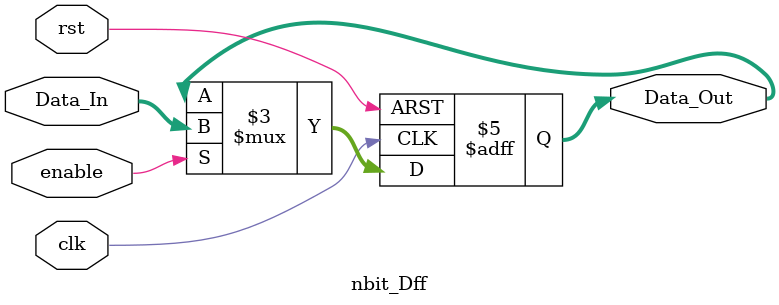
<source format=v>
`timescale 1ns / 1ps


module nbit_Dff #(parameter DATA_WIDHT = 8) (
    input wire [DATA_WIDHT-1:0] Data_In,
    input wire clk,
    input wire rst,
    input wire enable,
    output reg [DATA_WIDHT-1:0] Data_Out
    );
    
    always @ (posedge clk or negedge rst) begin
        if(~rst) begin
            Data_Out <= 0;
        end
        else if(enable) begin
            Data_Out <= Data_In;
        end
        else;
    end   
endmodule

</source>
